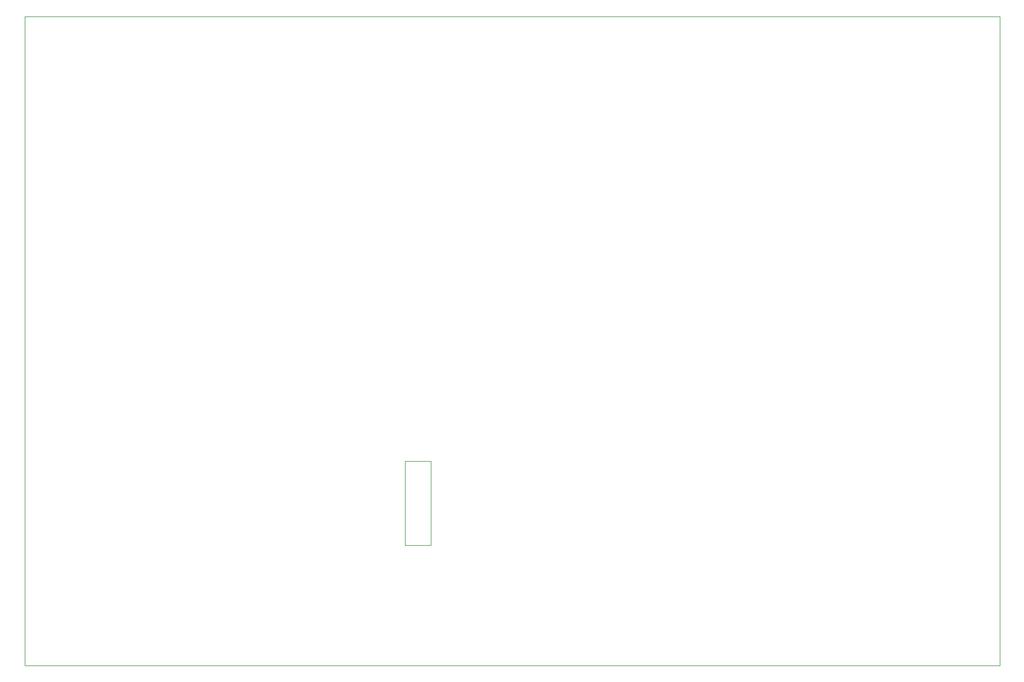
<source format=gm1>
G04 #@! TF.GenerationSoftware,KiCad,Pcbnew,(5.1.2)-2*
G04 #@! TF.CreationDate,2021-06-28T19:19:26-03:00*
G04 #@! TF.ProjectId,Amplificador_v2,416d706c-6966-4696-9361-646f725f7632,rev?*
G04 #@! TF.SameCoordinates,Original*
G04 #@! TF.FileFunction,Profile,NP*
%FSLAX46Y46*%
G04 Gerber Fmt 4.6, Leading zero omitted, Abs format (unit mm)*
G04 Created by KiCad (PCBNEW (5.1.2)-2) date 2021-06-28 19:19:26*
%MOMM*%
%LPD*%
G04 APERTURE LIST*
%ADD10C,0.100000*%
G04 APERTURE END LIST*
D10*
X104000000Y-161000000D02*
X104000000Y-148000000D01*
X108000000Y-161000000D02*
X104000000Y-161000000D01*
X108000000Y-148000000D02*
X108000000Y-161000000D01*
X104000000Y-148000000D02*
X108000000Y-148000000D01*
X45524500Y-79508500D02*
X45524500Y-179508500D01*
X195524500Y-79508500D02*
X45524500Y-79508500D01*
X195524500Y-179508500D02*
X195524500Y-79508500D01*
X45524500Y-179508500D02*
X195524500Y-179508500D01*
M02*

</source>
